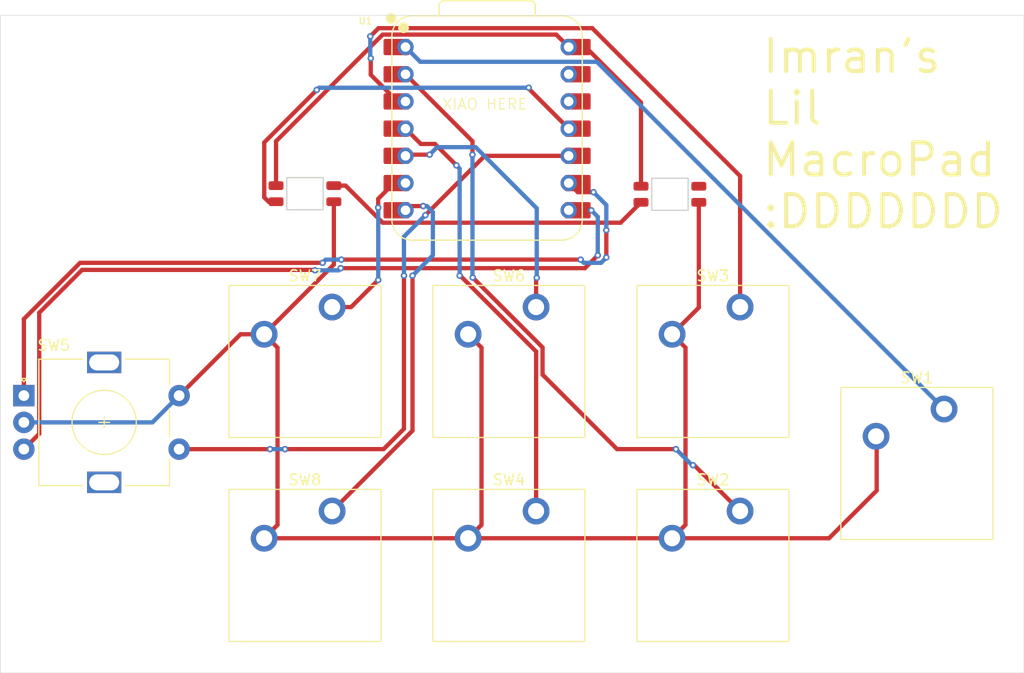
<source format=kicad_pcb>
(kicad_pcb (version 20241229) (generator "pcbnew") (generator_version "9.0")
  (title_block (title "Macropad by Imran") (date "2025-12-03") (rev "da") (company "n/a"))
  (layers (0 "F.Cu" signal) (2 "B.Cu" signal) (13 "F.Paste" user) (15 "B.Paste" user) (5 "F.SilkS" user "F.Silkscreen") (7 "B.SilkS" user "B.Silkscreen") (1 "F.Mask" user) (3 "B.Mask" user) (25 "Edge.Cuts" user))
  (net 0 "")
  (net 1 "+5V")
  (net 2 "Net-(D1-DOUT)")
  (net 3 "GND")
  (net 5 "Net-(U1-GPIO26{slash}ADC0{slash}A0)")
  (net 6 "Net-(U1-GPIO27{slash}ADC1{slash}A1)")
  (net 7 "Net-(U1-GPIO28{slash}ADC2{slash}A2)")
  (net 8 "Net-(U1-GPIO29{slash}ADC3{slash}A3)")
  (net 9 "Net-(U1-GPIO1{slash}RX)")
  (net 10 "Net-(U1-GPIO2{slash}SCK)")
  (net 11 "Net-(U1-GPIO4{slash}MISO)")
  (net 12 "Net-(U1-GPIO6{slash}SDA)")
  (net 13 "Net-(U1-GPIO7{slash}SCL)")
  (net 14 "Net-(U1-GPIO0{slash}TX)")
  (net 16 "Net-(D1-DIN)")
  (footprint "ScottoKeebs_MX:MX_PCB_1.00u" (layer "F.Cu") (at 139.9032 100.8126)
    (property "Reference" "SW6" (at 0 -8 0) (layer "F.SilkS"))
    (property "Value" "SW_Push")
    (fp_line (start -7.1 -7.1) (end -7.1 7.1) (stroke (width 0.12)) (layer "F.SilkS"))
    (fp_line (start -7.1 7.1) (end 7.1 7.1) (stroke (width 0.12)) (layer "F.SilkS"))
    (fp_line (start 7.1 -7.1) (end -7.1 -7.1) (stroke (width 0.12)) (layer "F.SilkS"))
    (fp_line (start 7.1 7.1) (end 7.1 -7.1) (stroke (width 0.12)) (layer "F.SilkS"))
    (pad "" np_thru_hole circle (at -5.08 0) (size 1.75 1.75) (drill 1.75) (layers "*.Cu" "*.Mask"))
    (pad "" np_thru_hole circle (at 0 0) (size 4 4) (drill 4) (layers "*.Cu" "*.Mask"))
    (pad "" np_thru_hole circle (at 5.08 0) (size 1.75 1.75) (drill 1.75) (layers "*.Cu" "*.Mask"))
    (pad "1" thru_hole circle (at -3.81 -2.54) (size 2.5 2.5) (drill 1.5) (layers "*.Cu" "*.Mask") (net 3 "GND"))
    (pad "2" thru_hole circle (at 2.54 -5.08) (size 2.5 2.5) (drill 1.5) (layers "*.Cu" "*.Mask") (net 12 "Net-(U1-GPIO6{slash}SDA)"))
  )
  (footprint "OPL:XIAO-RP2040-DIP" (layer "F.Cu") (at 137.865 79.07)
    (property "Reference" "U1" (at -11.365 -10.07 0) (layer "F.SilkS") (effects (font (size 0.635 0.635) (thickness 0.1016))))
    (property "Value" "XIAO-RP2040-DIP")
    (fp_line (start -8.89 8.509) (end -8.89 -8.636) (stroke (width 0.127)) (layer "F.SilkS"))
    (fp_line (start -6.985 10.414) (end 6.985 10.414) (stroke (width 0.127)) (layer "F.SilkS"))
    (fp_line (start -4.495 -10.541) (end -4.491272 -11.451272) (stroke (width 0.127)) (layer "F.SilkS"))
    (fp_line (start -3.991272 -11.951) (end 4.004 -11.951) (stroke (width 0.127)) (layer "F.SilkS"))
    (fp_line (start 4.504 -11.451) (end 4.504 -10.541) (stroke (width 0.127)) (layer "F.SilkS"))
    (fp_line (start 6.985 -10.541) (end -6.985 -10.541) (stroke (width 0.1)) (layer "F.SilkS"))
    (fp_line (start 6.985 -10.541) (end -6.985 -10.541) (stroke (width 0.127)) (layer "F.SilkS"))
    (fp_line (start 8.89 8.509) (end 8.89 -8.636) (stroke (width 0.127)) (layer "F.SilkS"))
    (fp_arc (start -8.89 -8.636) (mid -8.332038 -9.983038) (end -6.985 -10.541) (stroke (width 0.127)) (layer "F.SilkS"))
    (fp_arc (start -6.985 10.414) (mid -8.332038 9.856038) (end -8.89 8.509) (stroke (width 0.127)) (layer "F.SilkS"))
    (fp_arc (start -4.491272 -11.451272) (mid -4.344728 -11.80464) (end -3.991272 -11.951) (stroke (width 0.127)) (layer "F.SilkS"))
    (fp_arc (start 4.004 -11.951) (mid 4.357553 -11.804553) (end 4.504 -11.451) (stroke (width 0.127)) (layer "F.SilkS"))
    (fp_arc (start 6.985 -10.541) (mid 8.332038 -9.983038) (end 8.89 -8.636) (stroke (width 0.127)) (layer "F.SilkS"))
    (fp_arc (start 8.89 8.509) (mid 8.332038 9.856038) (end 6.985 10.414) (stroke (width 0.127)) (layer "F.SilkS"))
    (fp_circle (center -8.95 -10.3) (end -8.95 -10.554) (stroke (width 0.5)) (fill yes) (layer "F.SilkS"))
    (fp_circle (center -7.807 -9.42) (end -7.807 -9.674) (stroke (width 0.5)) (fill yes) (layer "F.SilkS"))
    (pad "1" smd roundrect (at -8.455 -7.62 180) (size 2.432 1.524) (layers "F.Cu" "F.Mask") (roundrect_rratio 0.1) (net 5 "Net-(U1-GPIO26{slash}ADC0{slash}A0)"))
    (pad "1" thru_hole circle (at -7.62 -7.62 180) (size 1.524 1.524) (drill 0.889) (layers "*.Cu" "*.Mask") (net 5 "Net-(U1-GPIO26{slash}ADC0{slash}A0)"))
    (pad "2" smd roundrect (at -8.455 -5.08 180) (size 2.432 1.524) (layers "F.Cu" "F.Mask") (roundrect_rratio 0.1) (net 6 "Net-(U1-GPIO27{slash}ADC1{slash}A1)"))
    (pad "2" thru_hole circle (at -7.62 -5.08 180) (size 1.524 1.524) (drill 0.889) (layers "*.Cu" "*.Mask") (net 6 "Net-(U1-GPIO27{slash}ADC1{slash}A1)"))
    (pad "3" smd roundrect (at -8.455 -2.54 180) (size 2.432 1.524) (layers "F.Cu" "F.Mask") (roundrect_rratio 0.1) (net 7 "Net-(U1-GPIO28{slash}ADC2{slash}A2)"))
    (pad "3" thru_hole circle (at -7.62 -2.54 180) (size 1.524 1.524) (drill 0.889) (layers "*.Cu" "*.Mask") (net 7 "Net-(U1-GPIO28{slash}ADC2{slash}A2)"))
    (pad "4" smd roundrect (at -8.455 0 180) (size 2.432 1.524) (layers "F.Cu" "F.Mask") (roundrect_rratio 0.1) (net 8 "Net-(U1-GPIO29{slash}ADC3{slash}A3)"))
    (pad "4" thru_hole circle (at -7.62 0 180) (size 1.524 1.524) (drill 0.889) (layers "*.Cu" "*.Mask") (net 8 "Net-(U1-GPIO29{slash}ADC3{slash}A3)"))
    (pad "5" smd roundrect (at -8.455 2.54 180) (size 2.432 1.524) (layers "F.Cu" "F.Mask") (roundrect_rratio 0.1) (net 12 "Net-(U1-GPIO6{slash}SDA)"))
    (pad "5" thru_hole circle (at -7.62 2.54 180) (size 1.524 1.524) (drill 0.889) (layers "*.Cu" "*.Mask") (net 12 "Net-(U1-GPIO6{slash}SDA)"))
    (pad "6" smd roundrect (at -8.455 5.08 180) (size 2.432 1.524) (layers "F.Cu" "F.Mask") (roundrect_rratio 0.1) (net 13 "Net-(U1-GPIO7{slash}SCL)"))
    (pad "6" thru_hole circle (at -7.62 5.08 180) (size 1.524 1.524) (drill 0.889) (layers "*.Cu" "*.Mask") (net 13 "Net-(U1-GPIO7{slash}SCL)"))
    (pad "7" smd roundrect (at -8.455 7.62 180) (size 2.432 1.524) (layers "F.Cu" "F.Mask") (roundrect_rratio 0.1) (net 14 "Net-(U1-GPIO0{slash}TX)"))
    (pad "7" thru_hole circle (at -7.62 7.62 180) (size 1.524 1.524) (drill 0.889) (layers "*.Cu" "*.Mask") (net 14 "Net-(U1-GPIO0{slash}TX)"))
    (pad "8" thru_hole circle (at 7.62 7.62) (size 1.524 1.524) (drill 0.889) (layers "*.Cu" "*.Mask") (net 9 "Net-(U1-GPIO1{slash}RX)"))
    (pad "8" smd roundrect (at 8.455 7.62) (size 2.432 1.524) (layers "F.Cu" "F.Mask") (roundrect_rratio 0.1) (net 9 "Net-(U1-GPIO1{slash}RX)"))
    (pad "9" thru_hole circle (at 7.62 5.08) (size 1.524 1.524) (drill 0.889) (layers "*.Cu" "*.Mask") (net 10 "Net-(U1-GPIO2{slash}SCK)"))
    (pad "9" smd roundrect (at 8.455 5.08) (size 2.432 1.524) (layers "F.Cu" "F.Mask") (roundrect_rratio 0.1) (net 10 "Net-(U1-GPIO2{slash}SCK)"))
    (pad "10" thru_hole circle (at 7.62 2.54) (size 1.524 1.524) (drill 0.889) (layers "*.Cu" "*.Mask") (net 11 "Net-(U1-GPIO4{slash}MISO)"))
    (pad "10" smd roundrect (at 8.455 2.54) (size 2.432 1.524) (layers "F.Cu" "F.Mask") (roundrect_rratio 0.1) (net 11 "Net-(U1-GPIO4{slash}MISO)"))
    (pad "11" thru_hole circle (at 7.62 0) (size 1.524 1.524) (drill 0.889) (layers "*.Cu" "*.Mask") (net 16 "Net-(D1-DIN)"))
    (pad "11" smd roundrect (at 8.455 0) (size 2.432 1.524) (layers "F.Cu" "F.Mask") (roundrect_rratio 0.1) (net 16 "Net-(D1-DIN)"))
    (pad "12" thru_hole circle (at 7.62 -2.54) (size 1.524 1.524) (drill 0.889) (layers "*.Cu" "*.Mask"))
    (pad "12" smd roundrect (at 8.455 -2.54) (size 2.432 1.524) (layers "F.Cu" "F.Mask") (roundrect_rratio 0.1))
    (pad "13" thru_hole circle (at 7.62 -5.08) (size 1.524 1.524) (drill 0.889) (layers "*.Cu" "*.Mask") (net 3 "GND"))
    (pad "13" smd roundrect (at 8.455 -5.08) (size 2.432 1.524) (layers "F.Cu" "F.Mask") (roundrect_rratio 0.1) (net 3 "GND"))
    (pad "14" thru_hole circle (at 7.62 -7.62) (size 1.524 1.524) (drill 0.889) (layers "*.Cu" "*.Mask") (net 1 "+5V"))
    (pad "14" smd roundrect (at 8.455 -7.62) (size 2.432 1.524) (layers "F.Cu" "F.Mask") (roundrect_rratio 0.1) (net 1 "+5V"))
  )
  (footprint "ScottoKeebs_MX:MX_PCB_1.00u" (layer "F.Cu") (at 139.9032 119.8626)
    (property "Reference" "SW4" (at 0 -8 0) (layer "F.SilkS"))
    (property "Value" "SW_Push")
    (fp_line (start -7.1 -7.1) (end -7.1 7.1) (stroke (width 0.12)) (layer "F.SilkS"))
    (fp_line (start -7.1 7.1) (end 7.1 7.1) (stroke (width 0.12)) (layer "F.SilkS"))
    (fp_line (start 7.1 -7.1) (end -7.1 -7.1) (stroke (width 0.12)) (layer "F.SilkS"))
    (fp_line (start 7.1 7.1) (end 7.1 -7.1) (stroke (width 0.12)) (layer "F.SilkS"))
    (pad "" np_thru_hole circle (at -5.08 0) (size 1.75 1.75) (drill 1.75) (layers "*.Cu" "*.Mask"))
    (pad "" np_thru_hole circle (at 0 0) (size 4 4) (drill 4) (layers "*.Cu" "*.Mask"))
    (pad "" np_thru_hole circle (at 5.08 0) (size 1.75 1.75) (drill 1.75) (layers "*.Cu" "*.Mask"))
    (pad "1" thru_hole circle (at -3.81 -2.54) (size 2.5 2.5) (drill 1.5) (layers "*.Cu" "*.Mask") (net 3 "GND"))
    (pad "2" thru_hole circle (at 2.54 -5.08) (size 2.5 2.5) (drill 1.5) (layers "*.Cu" "*.Mask") (net 8 "Net-(U1-GPIO29{slash}ADC3{slash}A3)"))
  )
  (footprint "ScottoKeebs_MX:MX_PCB_1.00u" (layer "F.Cu") (at 158.9532 100.8126)
    (property "Reference" "SW3" (at 0 -8 0) (layer "F.SilkS"))
    (property "Value" "SW_Push")
    (fp_line (start -7.1 -7.1) (end -7.1 7.1) (stroke (width 0.12)) (layer "F.SilkS"))
    (fp_line (start -7.1 7.1) (end 7.1 7.1) (stroke (width 0.12)) (layer "F.SilkS"))
    (fp_line (start 7.1 -7.1) (end -7.1 -7.1) (stroke (width 0.12)) (layer "F.SilkS"))
    (fp_line (start 7.1 7.1) (end 7.1 -7.1) (stroke (width 0.12)) (layer "F.SilkS"))
    (pad "" np_thru_hole circle (at -5.08 0) (size 1.75 1.75) (drill 1.75) (layers "*.Cu" "*.Mask"))
    (pad "" np_thru_hole circle (at 0 0) (size 4 4) (drill 4) (layers "*.Cu" "*.Mask"))
    (pad "" np_thru_hole circle (at 5.08 0) (size 1.75 1.75) (drill 1.75) (layers "*.Cu" "*.Mask"))
    (pad "1" thru_hole circle (at -3.81 -2.54) (size 2.5 2.5) (drill 1.5) (layers "*.Cu" "*.Mask") (net 3 "GND"))
    (pad "2" thru_hole circle (at 2.54 -5.08) (size 2.5 2.5) (drill 1.5) (layers "*.Cu" "*.Mask") (net 7 "Net-(U1-GPIO28{slash}ADC2{slash}A2)"))
  )
  (footprint "ScottoKeebs_MX:MX_PCB_1.00u" (layer "F.Cu") (at 120.8532 100.8126)
    (property "Reference" "SW7" (at 0 -8 0) (layer "F.SilkS"))
    (property "Value" "SW_Push")
    (fp_line (start -7.1 -7.1) (end -7.1 7.1) (stroke (width 0.12)) (layer "F.SilkS"))
    (fp_line (start -7.1 7.1) (end 7.1 7.1) (stroke (width 0.12)) (layer "F.SilkS"))
    (fp_line (start 7.1 -7.1) (end -7.1 -7.1) (stroke (width 0.12)) (layer "F.SilkS"))
    (fp_line (start 7.1 7.1) (end 7.1 -7.1) (stroke (width 0.12)) (layer "F.SilkS"))
    (pad "" np_thru_hole circle (at -5.08 0) (size 1.75 1.75) (drill 1.75) (layers "*.Cu" "*.Mask"))
    (pad "" np_thru_hole circle (at 0 0) (size 4 4) (drill 4) (layers "*.Cu" "*.Mask"))
    (pad "" np_thru_hole circle (at 5.08 0) (size 1.75 1.75) (drill 1.75) (layers "*.Cu" "*.Mask"))
    (pad "1" thru_hole circle (at -3.81 -2.54) (size 2.5 2.5) (drill 1.5) (layers "*.Cu" "*.Mask") (net 3 "GND"))
    (pad "2" thru_hole circle (at 2.54 -5.08) (size 2.5 2.5) (drill 1.5) (layers "*.Cu" "*.Mask") (net 13 "Net-(U1-GPIO7{slash}SCL)"))
  )
  (footprint "ScottoKeebs_MX:MX_PCB_1.00u" (layer "F.Cu") (at 158.9532 119.8626)
    (property "Reference" "SW2" (at 0 -8 0) (layer "F.SilkS"))
    (property "Value" "SW_Push")
    (fp_line (start -7.1 -7.1) (end -7.1 7.1) (stroke (width 0.12)) (layer "F.SilkS"))
    (fp_line (start -7.1 7.1) (end 7.1 7.1) (stroke (width 0.12)) (layer "F.SilkS"))
    (fp_line (start 7.1 -7.1) (end -7.1 -7.1) (stroke (width 0.12)) (layer "F.SilkS"))
    (fp_line (start 7.1 7.1) (end 7.1 -7.1) (stroke (width 0.12)) (layer "F.SilkS"))
    (pad "" np_thru_hole circle (at -5.08 0) (size 1.75 1.75) (drill 1.75) (layers "*.Cu" "*.Mask"))
    (pad "" np_thru_hole circle (at 0 0) (size 4 4) (drill 4) (layers "*.Cu" "*.Mask"))
    (pad "" np_thru_hole circle (at 5.08 0) (size 1.75 1.75) (drill 1.75) (layers "*.Cu" "*.Mask"))
    (pad "1" thru_hole circle (at -3.81 -2.54) (size 2.5 2.5) (drill 1.5) (layers "*.Cu" "*.Mask") (net 3 "GND"))
    (pad "2" thru_hole circle (at 2.54 -5.08) (size 2.5 2.5) (drill 1.5) (layers "*.Cu" "*.Mask") (net 6 "Net-(U1-GPIO27{slash}ADC1{slash}A1)"))
  )
  (footprint "ScottoKeebs_Components:LED_SK6812MINI" (layer "F.Cu") (at 120.8532 85.1408)
    (property "Reference" "D1" (hide yes))
    (property "Value" "SK6812MINI" (hide yes))
    (fp_line (start -1.7 -1.5) (end -1.7 1.5) (stroke (width 0.12)) (layer "Edge.Cuts"))
    (fp_line (start -1.7 1.5) (end 1.7 1.5) (stroke (width 0.12)) (layer "Edge.Cuts"))
    (fp_line (start 1.7 -1.5) (end -1.7 -1.5) (stroke (width 0.12)) (layer "Edge.Cuts"))
    (fp_line (start 1.7 1.5) (end 1.7 -1.5) (stroke (width 0.12)) (layer "Edge.Cuts"))
    (pad "1" smd roundrect (at 2.7 -0.75) (size 1.4 0.82) (layers "F.Cu" "F.Mask" "F.Paste") (net 2 "Net-(D1-DOUT)"))
    (pad "2" smd roundrect (at 2.7 0.75) (size 1.4 0.82) (layers "F.Cu" "F.Mask" "F.Paste") (net 3 "GND"))
    (pad "3" smd roundrect (at -2.7 0.75) (size 1.4 0.82) (layers "F.Cu" "F.Mask" "F.Paste") (net 16 "Net-(D1-DIN)"))
    (pad "4" smd roundrect (at -2.7 -0.75) (size 1.4 0.82) (layers "F.Cu" "F.Mask" "F.Paste") (net 1 "+5V"))
  )
  (footprint "ScottoKeebs_MX:MX_PCB_1.00u" (layer "F.Cu") (at 178.0032 110.3376)
    (property "Reference" "SW1" (at 0 -8 0) (layer "F.SilkS"))
    (property "Value" "SW_Push")
    (fp_line (start -7.1 -7.1) (end -7.1 7.1) (stroke (width 0.12)) (layer "F.SilkS"))
    (fp_line (start -7.1 7.1) (end 7.1 7.1) (stroke (width 0.12)) (layer "F.SilkS"))
    (fp_line (start 7.1 -7.1) (end -7.1 -7.1) (stroke (width 0.12)) (layer "F.SilkS"))
    (fp_line (start 7.1 7.1) (end 7.1 -7.1) (stroke (width 0.12)) (layer "F.SilkS"))
    (pad "" np_thru_hole circle (at -5.08 0) (size 1.75 1.75) (drill 1.75) (layers "*.Cu" "*.Mask"))
    (pad "" np_thru_hole circle (at 0 0) (size 4 4) (drill 4) (layers "*.Cu" "*.Mask"))
    (pad "" np_thru_hole circle (at 5.08 0) (size 1.75 1.75) (drill 1.75) (layers "*.Cu" "*.Mask"))
    (pad "1" thru_hole circle (at -3.81 -2.54) (size 2.5 2.5) (drill 1.5) (layers "*.Cu" "*.Mask") (net 3 "GND"))
    (pad "2" thru_hole circle (at 2.54 -5.08) (size 2.5 2.5) (drill 1.5) (layers "*.Cu" "*.Mask") (net 5 "Net-(U1-GPIO26{slash}ADC0{slash}A0)"))
  )
  (footprint "ScottoKeebs_MX:MX_PCB_1.00u" (layer "F.Cu") (at 120.8532 119.8626)
    (property "Reference" "SW8" (at 0 -8 0) (layer "F.SilkS"))
    (property "Value" "SW_Push")
    (fp_line (start -7.1 -7.1) (end -7.1 7.1) (stroke (width 0.12)) (layer "F.SilkS"))
    (fp_line (start -7.1 7.1) (end 7.1 7.1) (stroke (width 0.12)) (layer "F.SilkS"))
    (fp_line (start 7.1 -7.1) (end -7.1 -7.1) (stroke (width 0.12)) (layer "F.SilkS"))
    (fp_line (start 7.1 7.1) (end 7.1 -7.1) (stroke (width 0.12)) (layer "F.SilkS"))
    (pad "" np_thru_hole circle (at -5.08 0) (size 1.75 1.75) (drill 1.75) (layers "*.Cu" "*.Mask"))
    (pad "" np_thru_hole circle (at 0 0) (size 4 4) (drill 4) (layers "*.Cu" "*.Mask"))
    (pad "" np_thru_hole circle (at 5.08 0) (size 1.75 1.75) (drill 1.75) (layers "*.Cu" "*.Mask"))
    (pad "1" thru_hole circle (at -3.81 -2.54) (size 2.5 2.5) (drill 1.5) (layers "*.Cu" "*.Mask") (net 3 "GND"))
    (pad "2" thru_hole circle (at 2.54 -5.08) (size 2.5 2.5) (drill 1.5) (layers "*.Cu" "*.Mask") (net 14 "Net-(U1-GPIO0{slash}TX)"))
  )
  (footprint "Rotary_Encoder:RotaryEncoder_Alps_EC11E-Switch_Vertical_H20mm" (layer "F.Cu") (at 94.604 104.0022)
    (property "Reference" "SW5" (at 2.8 -4.7 0) (layer "F.SilkS"))
    (property "Value" "RotaryEncoder_Switch")
    (fp_line (start -0.3 -1.6) (end 0.3 -1.6) (stroke (width 0.12)) (layer "F.SilkS"))
    (fp_line (start 0 -1.3) (end -0.3 -1.6) (stroke (width 0.12)) (layer "F.SilkS"))
    (fp_line (start 0.3 -1.6) (end 0 -1.3) (stroke (width 0.12)) (layer "F.SilkS"))
    (fp_line (start 1.4 -3.4) (end 1.4 8.4) (stroke (width 0.12)) (layer "F.SilkS"))
    (fp_line (start 5.5 -3.4) (end 1.4 -3.4) (stroke (width 0.12)) (layer "F.SilkS"))
    (fp_line (start 5.5 8.4) (end 1.4 8.4) (stroke (width 0.12)) (layer "F.SilkS"))
    (fp_line (start 7 2.5) (end 8 2.5) (stroke (width 0.12)) (layer "F.SilkS"))
    (fp_line (start 7.5 2) (end 7.5 3) (stroke (width 0.12)) (layer "F.SilkS"))
    (fp_line (start 9.5 -3.4) (end 13.6 -3.4) (stroke (width 0.12)) (layer "F.SilkS"))
    (fp_line (start 13.6 -3.4) (end 13.6 -1) (stroke (width 0.12)) (layer "F.SilkS"))
    (fp_line (start 13.6 1.2) (end 13.6 3.8) (stroke (width 0.12)) (layer "F.SilkS"))
    (fp_line (start 13.6 6) (end 13.6 8.4) (stroke (width 0.12)) (layer "F.SilkS"))
    (fp_line (start 13.6 8.4) (end 9.5 8.4) (stroke (width 0.12)) (layer "F.SilkS"))
    (fp_circle (center 7.5 2.5) (end 10.5 2.5) (stroke (width 0.12)) (fill no) (layer "F.SilkS"))
    (pad "A" thru_hole rect (at 0 0) (size 2 2) (drill 1) (layers "*.Cu" "*.Mask") (net 10 "Net-(U1-GPIO2{slash}SCK)"))
    (pad "B" thru_hole circle (at 0 5) (size 2 2) (drill 1) (layers "*.Cu" "*.Mask") (net 9 "Net-(U1-GPIO1{slash}RX)"))
    (pad "C" thru_hole circle (at 0 2.5) (size 2 2) (drill 1) (layers "*.Cu" "*.Mask") (net 3 "GND"))
    (pad "MP" thru_hole rect (at 7.5 -3.1) (size 3.2 2) (drill oval 2.8 1.5) (layers "*.Cu" "*.Mask"))
    (pad "MP" thru_hole rect (at 7.5 8.1) (size 3.2 2) (drill oval 2.8 1.5) (layers "*.Cu" "*.Mask"))
    (pad "S1" thru_hole circle (at 14.5 5) (size 2 2) (drill 1) (layers "*.Cu" "*.Mask") (net 11 "Net-(U1-GPIO4{slash}MISO)"))
    (pad "S2" thru_hole circle (at 14.5 0) (size 2 2) (drill 1) (layers "*.Cu" "*.Mask") (net 3 "GND"))
  )
  (footprint "ScottoKeebs_Components:LED_SK6812MINI" (layer "F.Cu") (at 154.9375 85.2)
    (property "Reference" "D2" (hide yes))
    (property "Value" "SK6812MINI" (hide yes))
    (fp_line (start -1.7 -1.5) (end -1.7 1.5) (stroke (width 0.12)) (layer "Edge.Cuts"))
    (fp_line (start -1.7 1.5) (end 1.7 1.5) (stroke (width 0.12)) (layer "Edge.Cuts"))
    (fp_line (start 1.7 -1.5) (end -1.7 -1.5) (stroke (width 0.12)) (layer "Edge.Cuts"))
    (fp_line (start 1.7 1.5) (end 1.7 -1.5) (stroke (width 0.12)) (layer "Edge.Cuts"))
    (pad "1" smd roundrect (at 2.7 -0.75) (size 1.4 0.82) (layers "F.Cu" "F.Mask" "F.Paste"))
    (pad "2" smd roundrect (at 2.7 0.75) (size 1.4 0.82) (layers "F.Cu" "F.Mask" "F.Paste") (net 3 "GND"))
    (pad "3" smd roundrect (at -2.7 0.75) (size 1.4 0.82) (layers "F.Cu" "F.Mask" "F.Paste") (net 2 "Net-(D1-DOUT)"))
    (pad "4" smd roundrect (at -2.7 -0.75) (size 1.4 0.82) (layers "F.Cu" "F.Mask" "F.Paste") (net 1 "+5V"))
  )
  (gr_rect (start 92.4 68.5) (end 188 129.9) (stroke (width 0.05)) (fill no) (layer "Edge.Cuts"))
  (gr_text "Imran's\nLil\nMacroPad\n:DDDDDDD" (at 163.4 88.56875 0) (layer "F.SilkS") (effects (font (size 3 3) (thickness 0.375)) (justify left bottom)))
  (gr_text "XIAO HERE" (at 133.6 77.36875 0) (layer "F.SilkS") (effects (font (size 1 1) (thickness 0.1)) (justify left bottom)))
  (segment (start 147.06 71.45) (end 145.485 71.45) (width 0.4) (layer "F.Cu") (net 1))
  (segment (start 118.1532 80.246752) (end 128.112952 70.287) (width 0.4) (layer "F.Cu") (net 1))
  (segment (start 152.2375 76.6275) (end 147.06 71.45) (width 0.4) (layer "F.Cu") (net 1))
  (segment (start 144.322 70.287) (end 145.485 71.45) (width 0.4) (layer "F.Cu") (net 1))
  (segment (start 118.1532 84.3908) (end 118.1532 80.246752) (width 0.4) (layer "F.Cu") (net 1))
  (segment (start 128.112952 70.287) (end 144.322 70.287) (width 0.4) (layer "F.Cu") (net 1))
  (segment (start 152.2375 84.45) (end 152.2375 76.6275) (width 0.4) (layer "F.Cu") (net 1))
  (segment (start 128.112952 87.853) (end 150.3345 87.853) (width 0.4) (layer "F.Cu") (net 2))
  (segment (start 123.5532 84.3908) (end 124.650752 84.3908) (width 0.4) (layer "F.Cu") (net 2))
  (segment (start 124.650752 84.3908) (end 128.112952 87.853) (width 0.4) (layer "F.Cu") (net 2))
  (segment (start 150.3345 87.853) (end 152.2375 85.95) (width 0.4) (layer "F.Cu") (net 2))
  (segment (start 117.0432 98.2726) (end 123.5532 91.7626) (width 0.4) (layer "F.Cu") (net 3))
  (segment (start 109.104 104.0022) (end 114.8336 98.2726) (width 0.4) (layer "F.Cu") (net 3))
  (segment (start 174.2492 107.8536) (end 174.1932 107.7976) (width 0.4) (layer "F.Cu") (net 3))
  (segment (start 123.5532 91.7626) (end 123.5532 85.8908) (width 0.4) (layer "F.Cu") (net 3))
  (segment (start 117.0432 117.3226) (end 136.0932 117.3226) (width 0.4) (layer "F.Cu") (net 3))
  (segment (start 137.343199 116.072601) (end 137.343199 99.522599) (width 0.4) (layer "F.Cu") (net 3))
  (segment (start 118.293199 116.072601) (end 118.293199 99.522599) (width 0.4) (layer "F.Cu") (net 3))
  (segment (start 156.393199 116.072601) (end 156.393199 99.522599) (width 0.4) (layer "F.Cu") (net 3))
  (segment (start 117.0432 117.3226) (end 118.293199 116.072601) (width 0.4) (layer "F.Cu") (net 3))
  (segment (start 156.393199 99.522599) (end 155.1432 98.2726) (width 0.4) (layer "F.Cu") (net 3))
  (segment (start 136.0932 117.3226) (end 137.343199 116.072601) (width 0.4) (layer "F.Cu") (net 3))
  (segment (start 155.1432 98.2726) (end 157.6375 95.7783) (width 0.4) (layer "F.Cu") (net 3))
  (segment (start 169.7974 117.3226) (end 174.2492 112.8708) (width 0.4) (layer "F.Cu") (net 3))
  (segment (start 118.293199 99.522599) (end 117.0432 98.2726) (width 0.4) (layer "F.Cu") (net 3))
  (segment (start 174.2492 112.8708) (end 174.2492 107.8536) (width 0.4) (layer "F.Cu") (net 3))
  (segment (start 114.8336 98.2726) (end 117.0432 98.2726) (width 0.4) (layer "F.Cu") (net 3))
  (segment (start 137.343199 99.522599) (end 136.0932 98.2726) (width 0.4) (layer "F.Cu") (net 3))
  (segment (start 136.0932 117.3226) (end 155.1432 117.3226) (width 0.4) (layer "F.Cu") (net 3))
  (segment (start 155.1432 117.3226) (end 156.393199 116.072601) (width 0.4) (layer "F.Cu") (net 3))
  (segment (start 157.6375 95.7783) (end 157.6375 85.95) (width 0.4) (layer "F.Cu") (net 3))
  (segment (start 155.1432 117.3226) (end 169.7974 117.3226) (width 0.4) (layer "F.Cu") (net 3))
  (segment (start 106.604 106.5022) (end 109.104 104.0022) (width 0.4) (layer "B.Cu") (net 3))
  (segment (start 94.604 106.5022) (end 106.604 106.5022) (width 0.4) (layer "B.Cu") (net 3))
  (segment (start 180.5432 105.2576) (end 148.1126 72.827) (width 0.4) (layer "B.Cu") (net 5))
  (segment (start 131.622 72.827) (end 130.245 71.45) (width 0.4) (layer "B.Cu") (net 5))
  (segment (start 148.1126 72.827) (end 131.622 72.827) (width 0.4) (layer "B.Cu") (net 5))
  (segment (start 143.0442 99.497412) (end 136.523394 92.976606) (width 0.4) (layer "F.Cu") (net 6))
  (segment (start 157.2106 110.5) (end 157.093199 110.5) (width 0.4) (layer "F.Cu") (net 6))
  (segment (start 136.5 80.245) (end 130.245 73.99) (width 0.4) (layer "F.Cu") (net 6))
  (segment (start 150 109) (end 143.0442 102.0442) (width 0.4) (layer "F.Cu") (net 6))
  (segment (start 143.0442 102.0442) (end 143.0442 99.497412) (width 0.4) (layer "F.Cu") (net 6))
  (segment (start 161.4932 114.7826) (end 157.2106 110.5) (width 0.4) (layer "F.Cu") (net 6))
  (segment (start 136.5 81.5) (end 136.5 80.245) (width 0.4) (layer "F.Cu") (net 6))
  (segment (start 155.5 109) (end 150 109) (width 0.4) (layer "F.Cu") (net 6))
  (via (at 157.093199 110.5) (size 0.6) (drill 0.3) (layers "F.Cu" "B.Cu") (net 6))
  (via (at 155.5 109) (size 0.6) (drill 0.3) (layers "F.Cu" "B.Cu") (net 6))
  (via (at 136.5 81.5) (size 0.6) (drill 0.3) (layers "F.Cu" "B.Cu") (net 6))
  (via (at 136.523394 92.976606) (size 0.6) (drill 0.3) (layers "F.Cu" "B.Cu") (net 6))
  (segment (start 136.5 92.953212) (end 136.5 81.5) (width 0.4) (layer "B.Cu") (net 6))
  (segment (start 157.093199 110.5) (end 157 110.5) (width 0.4) (layer "B.Cu") (net 6))
  (segment (start 136.523394 92.976606) (end 136.5 92.953212) (width 0.4) (layer "B.Cu") (net 6))
  (segment (start 157 110.5) (end 155.5 109) (width 0.4) (layer "B.Cu") (net 6))
  (segment (start 161.4932 83.4932) (end 147.686 69.686) (width 0.4) (layer "F.Cu") (net 7))
  (segment (start 129.489952 76.53) (end 130.245 76.53) (width 0.4) (layer "F.Cu") (net 7))
  (segment (start 127.724002 69.686) (end 126.955001 70.455001) (width 0.4) (layer "F.Cu") (net 7))
  (segment (start 161.4932 95.7326) (end 161.4932 83.4932) (width 0.4) (layer "F.Cu") (net 7))
  (segment (start 147.686 69.686) (end 127.724002 69.686) (width 0.4) (layer "F.Cu") (net 7))
  (segment (start 127 72.5) (end 127 74.040048) (width 0.4) (layer "F.Cu") (net 7))
  (segment (start 127 74.040048) (end 129.489952 76.53) (width 0.4) (layer "F.Cu") (net 7))
  (via (at 127 72.5) (size 0.6) (drill 0.3) (layers "F.Cu" "B.Cu") (net 7))
  (via (at 126.955001 70.455001) (size 0.6) (drill 0.3) (layers "F.Cu" "B.Cu") (net 7))
  (segment (start 126.955001 72.455001) (end 127 72.5) (width 0.4) (layer "B.Cu") (net 7))
  (segment (start 126.955001 70.455001) (end 126.955001 72.455001) (width 0.4) (layer "B.Cu") (net 7))
  (segment (start 135.356837 92.8) (end 135.3 92.8) (width 0.4) (layer "F.Cu") (net 8))
  (segment (start 142.4432 114.7826) (end 142.4432 99.886363) (width 0.4) (layer "F.Cu") (net 8))
  (segment (start 142.4432 99.886363) (end 135.356837 92.8) (width 0.4) (layer "F.Cu") (net 8))
  (segment (start 135 82.5) (end 133 80.5) (width 0.4) (layer "F.Cu") (net 8))
  (segment (start 133 80.5) (end 131.675 80.5) (width 0.4) (layer "F.Cu") (net 8))
  (segment (start 131.675 80.5) (end 130.245 79.07) (width 0.4) (layer "F.Cu") (net 8))
  (via (at 135 82.5) (size 0.6) (drill 0.3) (layers "F.Cu" "B.Cu") (net 8))
  (via (at 135.3 92.8) (size 0.6) (drill 0.3) (layers "F.Cu" "B.Cu") (net 8))
  (segment (start 135 82.5) (end 135.3 82.8) (width 0.4) (layer "B.Cu") (net 8))
  (segment (start 135.3 82.8) (end 135.3 92.8) (width 0.4) (layer "B.Cu") (net 8))
  (segment (start 121.76 92.26) (end 121.8 92.3) (width 0.4) (layer "F.Cu") (net 9))
  (segment (start 147 92.1) (end 148.2 90.9) (width 0.4) (layer "F.Cu") (net 9))
  (segment (start 96.04 107.5662) (end 96.04 96.26) (width 0.4) (layer "F.Cu") (net 9))
  (segment (start 107.59 92.26) (end 121.76 92.26) (width 0.4) (layer "F.Cu") (net 9))
  (segment (start 147.6 86.7) (end 145.495 86.7) (width 0.4) (layer "F.Cu") (net 9))
  (segment (start 124.2 92.1) (end 147 92.1) (width 0.4) (layer "F.Cu") (net 9))
  (segment (start 94.604 109.0022) (end 96.04 107.5662) (width 0.4) (layer "F.Cu") (net 9))
  (segment (start 100.04 92.26) (end 107.59 92.26) (width 0.4) (layer "F.Cu") (net 9))
  (segment (start 145.495 86.7) (end 145.485 86.69) (width 0.4) (layer "F.Cu") (net 9))
  (segment (start 96.04 96.26) (end 100.04 92.26) (width 0.4) (layer "F.Cu") (net 9))
  (via (at 124.2 92.1) (size 0.6) (drill 0.3) (layers "F.Cu" "B.Cu") (net 9))
  (via (at 147.6 86.7) (size 0.6) (drill 0.3) (layers "F.Cu" "B.Cu") (net 9))
  (via (at 121.8 92.3) (size 0.6) (drill 0.3) (layers "F.Cu" "B.Cu") (net 9))
  (via (at 148.2 90.9) (size 0.6) (drill 0.3) (layers "F.Cu" "B.Cu") (net 9))
  (segment (start 124 92.3) (end 124.2 92.1) (width 0.4) (layer "B.Cu") (net 9))
  (segment (start 148.2 87.3) (end 147.6 86.7) (width 0.4) (layer "B.Cu") (net 9))
  (segment (start 121.8 92.3) (end 124 92.3) (width 0.4) (layer "B.Cu") (net 9))
  (segment (start 148.2 90.9) (end 148.2 87.3) (width 0.4) (layer "B.Cu") (net 9))
  (segment (start 146.335 85) (end 145.485 84.15) (width 0.4) (layer "F.Cu") (net 10))
  (segment (start 149 91.1) (end 149 88.553) (width 0.4) (layer "F.Cu") (net 10))
  (segment (start 124.2532 91.299997) (end 146.599997 91.299997) (width 0.4) (layer "F.Cu") (net 10))
  (segment (start 94.604 104.0022) (end 94.604 96.846058) (width 0.4) (layer "F.Cu") (net 10))
  (segment (start 99.850058 91.6) (end 122.5 91.6) (width 0.4) (layer "F.Cu") (net 10))
  (segment (start 94.604 96.846058) (end 99.850058 91.6) (width 0.4) (layer "F.Cu") (net 10))
  (segment (start 147.8 85) (end 146.335 85) (width 0.4) (layer "F.Cu") (net 10))
  (segment (start 146.599997 91.299997) (end 146.6 91.3) (width 0.4) (layer "F.Cu") (net 10))
  (via (at 122.5 91.6) (size 0.6) (drill 0.3) (layers "F.Cu" "B.Cu") (net 10))
  (via (at 146.6 91.3) (size 0.6) (drill 0.3) (layers "F.Cu" "B.Cu") (net 10))
  (via (at 149 88.553) (size 0.6) (drill 0.3) (layers "F.Cu" "B.Cu") (net 10))
  (via (at 149 91.1) (size 0.6) (drill 0.3) (layers "F.Cu" "B.Cu") (net 10))
  (via (at 124.2532 91.299997) (size 0.6) (drill 0.3) (layers "F.Cu" "B.Cu") (net 10))
  (via (at 147.8 85) (size 0.6) (drill 0.3) (layers "F.Cu" "B.Cu") (net 10))
  (segment (start 149 88.553) (end 149 86.2) (width 0.4) (layer "B.Cu") (net 10))
  (segment (start 146.901 91.601) (end 148.499 91.601) (width 0.4) (layer "B.Cu") (net 10))
  (segment (start 148.499 91.601) (end 149 91.1) (width 0.4) (layer "B.Cu") (net 10))
  (segment (start 122.5 91.6) (end 122.800003 91.299997) (width 0.4) (layer "B.Cu") (net 10))
  (segment (start 146.6 91.3) (end 146.901 91.601) (width 0.4) (layer "B.Cu") (net 10))
  (segment (start 122.800003 91.299997) (end 124.2532 91.299997) (width 0.4) (layer "B.Cu") (net 10))
  (segment (start 149 86.2) (end 147.8 85) (width 0.4) (layer "B.Cu") (net 10))
  (segment (start 132.1 87.153) (end 137.643 81.61) (width 0.4) (layer "F.Cu") (net 11))
  (segment (start 109.3978 109.0022) (end 109.4 109) (width 0.4) (layer "F.Cu") (net 11))
  (segment (start 109.104 109.0022) (end 109.3978 109.0022) (width 0.4) (layer "F.Cu") (net 11))
  (segment (start 128.2 109) (end 130.1 107.1) (width 0.4) (layer "F.Cu") (net 11))
  (segment (start 117.590999 109.0022) (end 117.593199 109) (width 0.4) (layer "F.Cu") (net 11))
  (segment (start 130.1 107.1) (end 130.1 92.8) (width 0.4) (layer "F.Cu") (net 11))
  (segment (start 109.104 109.0022) (end 117.590999 109.0022) (width 0.4) (layer "F.Cu") (net 11))
  (segment (start 137.643 81.61) (end 145.485 81.61) (width 0.4) (layer "F.Cu") (net 11))
  (segment (start 118.993199 109) (end 128.2 109) (width 0.4) (layer "F.Cu") (net 11))
  (via (at 117.593199 109) (size 0.6) (drill 0.3) (layers "F.Cu" "B.Cu") (net 11))
  (via (at 130.1 92.8) (size 0.6) (drill 0.3) (layers "F.Cu" "B.Cu") (net 11))
  (via (at 132.1 87.153) (size 0.6) (drill 0.3) (layers "F.Cu" "B.Cu") (net 11))
  (via (at 118.993199 109) (size 0.6) (drill 0.3) (layers "F.Cu" "B.Cu") (net 11))
  (segment (start 130.1 89.153) (end 132.1 87.153) (width 0.4) (layer "B.Cu") (net 11))
  (segment (start 117.593199 109) (end 118.993199 109) (width 0.4) (layer "B.Cu") (net 11))
  (segment (start 130.1 92.8) (end 130.1 89.153) (width 0.4) (layer "B.Cu") (net 11))
  (segment (start 142.4432 95.7326) (end 142.4432 93.0568) (width 0.4) (layer "F.Cu") (net 12))
  (segment (start 132.5 81.5) (end 130.355 81.5) (width 0.4) (layer "F.Cu") (net 12))
  (segment (start 142.4432 93.0568) (end 142.5 93) (width 0.4) (layer "F.Cu") (net 12))
  (segment (start 130.355 81.5) (end 130.245 81.61) (width 0.4) (layer "F.Cu") (net 12))
  (via (at 132.5 81.5) (size 0.6) (drill 0.3) (layers "F.Cu" "B.Cu") (net 12))
  (via (at 142.5 93) (size 0.6) (drill 0.3) (layers "F.Cu" "B.Cu") (net 12))
  (segment (start 133.201 80.799) (end 132.5 81.5) (width 0.4) (layer "B.Cu") (net 12))
  (segment (start 136.790364 80.799) (end 133.201 80.799) (width 0.4) (layer "B.Cu") (net 12))
  (segment (start 142.5 93) (end 142.5 86.508636) (width 0.4) (layer "B.Cu") (net 12))
  (segment (start 142.5 86.508636) (end 136.790364 80.799) (width 0.4) (layer "B.Cu") (net 12))
  (segment (start 127.694 86.444099) (end 127.694 85.62337) (width 0.4) (layer "F.Cu") (net 13))
  (segment (start 129.16737 84.15) (end 130.245 84.15) (width 0.4) (layer "F.Cu") (net 13))
  (segment (start 127.694 85.62337) (end 129.16737 84.15) (width 0.4) (layer "F.Cu") (net 13))
  (segment (start 123.3932 95.7326) (end 125.1674 95.7326) (width 0.4) (layer "F.Cu") (net 13))
  (segment (start 125.1674 95.7326) (end 127.7 93.2) (width 0.4) (layer "F.Cu") (net 13))
  (via (at 127.7 93.2) (size 0.6) (drill 0.3) (layers "F.Cu" "B.Cu") (net 13))
  (via (at 127.694 86.444099) (size 0.6) (drill 0.3) (layers "F.Cu" "B.Cu") (net 13))
  (segment (start 127.7 86.450099) (end 127.694 86.444099) (width 0.4) (layer "B.Cu") (net 13))
  (segment (start 127.7 93.2) (end 127.7 86.450099) (width 0.4) (layer "B.Cu") (net 13))
  (segment (start 123.3932 114.7826) (end 130.9 107.2758) (width 0.4) (layer "F.Cu") (net 14))
  (segment (start 130.635 86.3) (end 130.245 86.69) (width 0.4) (layer "F.Cu") (net 14))
  (segment (start 130.9 107.2758) (end 130.9 92.8) (width 0.4) (layer "F.Cu") (net 14))
  (segment (start 131.9 86.3) (end 130.635 86.3) (width 0.4) (layer "F.Cu") (net 14))
  (via (at 131.9 86.3) (size 0.6) (drill 0.3) (layers "F.Cu" "B.Cu") (net 14))
  (via (at 130.9 92.8) (size 0.6) (drill 0.3) (layers "F.Cu" "B.Cu") (net 14))
  (segment (start 132.801 86.862636) (end 132.238364 86.3) (width 0.4) (layer "B.Cu") (net 14))
  (segment (start 132.801 90.899) (end 132.801 86.862636) (width 0.4) (layer "B.Cu") (net 14))
  (segment (start 130.9 92.8) (end 132.801 90.899) (width 0.4) (layer "B.Cu") (net 14))
  (segment (start 132.238364 86.3) (end 131.9 86.3) (width 0.4) (layer "B.Cu") (net 14))
  (segment (start 118.1532 85.8908) (end 117.4532 85.8908) (width 0.4) (layer "F.Cu") (net 16))
  (segment (start 117.4532 85.8908) (end 117.0522 85.4898) (width 0.4) (layer "F.Cu") (net 16))
  (segment (start 141.75 75.25) (end 141.75 75.335) (width 0.4) (layer "F.Cu") (net 16))
  (segment (start 117.0522 80.357802) (end 121.955001 75.455001) (width 0.4) (layer "F.Cu") (net 16))
  (segment (start 141.75 75.335) (end 145.485 79.07) (width 0.4) (layer "F.Cu") (net 16))
  (segment (start 117.0522 85.4898) (end 117.0522 80.357802) (width 0.4) (layer "F.Cu") (net 16))
  (via (at 141.75 75.25) (size 0.6) (drill 0.3) (layers "F.Cu" "B.Cu") (net 16))
  (via (at 121.955001 75.455001) (size 0.6) (drill 0.3) (layers "F.Cu" "B.Cu") (net 16))
  (segment (start 122.160002 75.25) (end 141.75 75.25) (width 0.4) (layer "B.Cu") (net 16))
  (segment (start 121.955001 75.455001) (end 122.160002 75.25) (width 0.4) (layer "B.Cu") (net 16))
)
</source>
